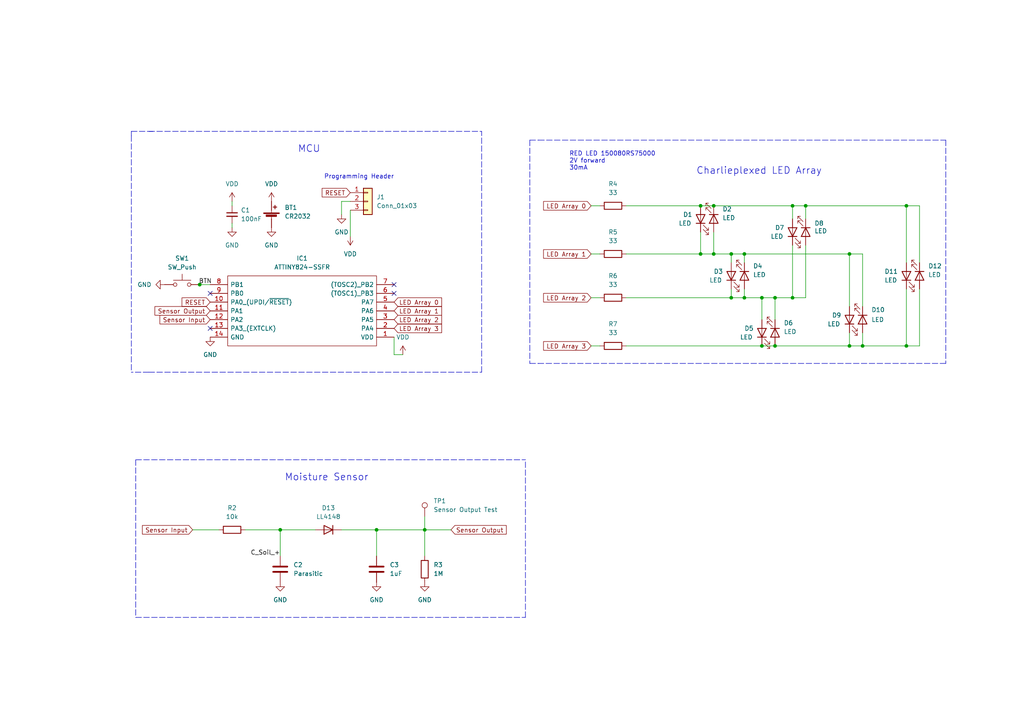
<source format=kicad_sch>
(kicad_sch (version 20211123) (generator eeschema)
  (paper "A4")
  (lib_symbols
    (symbol "Connector:TestPoint" (pin_numbers hide) (pin_names (offset 0.762) hide)
      (property "Reference" "TP" (at 0 6.858 0))
      (property "Value" "TestPoint" (at 0 5.08 0))
      (symbol "TestPoint_0_1"
        (circle (center 0 3.302) (radius 0.762))
      )
      (symbol "TestPoint_1_1"
        (pin passive line (at 0 0 90) (length 2.54) (name "1") (number "1"))
      )
    )
    (symbol "Connector_Generic:Conn_01x03" (pin_names (offset 1.016) hide)
      (property "Reference" "J" (at 0 5.08 0))
      (property "Value" "Conn_01x03" (at 0 -5.08 0))
      (symbol "Conn_01x03_1_1"
        (rectangle (start -1.27 -2.413) (end 0 -2.667) (stroke (width 0.1524)))
        (rectangle (start -1.27 0.127) (end 0 -0.127) (stroke (width 0.1524)))
        (rectangle (start -1.27 2.667) (end 0 2.413) (stroke (width 0.1524)))
        (rectangle (start -1.27 3.81) (end 1.27 -3.81) (stroke (width 0.254)) (fill (type background)))
        (pin passive line (at -5.08 2.54 0) (length 3.81) (name "Pin_1") (number "1"))
        (pin passive line (at -5.08 0 0) (length 3.81) (name "Pin_2") (number "2"))
        (pin passive line (at -5.08 -2.54 0) (length 3.81) (name "Pin_3") (number "3"))
      )
    )
    (symbol "Device:Battery_Cell" (pin_numbers hide) (pin_names (offset 0) hide)
      (property "Reference" "BT" (at 2.54 2.54 0))
      (property "Value" "Battery_Cell" (at 2.54 0 0))
      (symbol "Battery_Cell_0_1"
        (rectangle (start -2.286 1.778) (end 2.286 1.524) (fill (type outline)))
        (rectangle (start -1.5748 1.1938) (end 1.4732 0.6858) (fill (type outline)))
        (polyline (pts (xy 0 0.762) (xy 0 0)))
        (polyline (pts (xy 0 1.778) (xy 0 2.54)))
        (polyline (pts (xy 0.508 3.429) (xy 1.524 3.429)) (stroke (width 0.254)))
        (polyline (pts (xy 1.016 3.937) (xy 1.016 2.921)) (stroke (width 0.254)))
      )
      (symbol "Battery_Cell_1_1"
        (pin passive line (at 0 5.08 270) (length 2.54) (name "+") (number "1"))
        (pin passive line (at 0 -2.54 90) (length 2.54) (name "-") (number "2"))
      )
    )
    (symbol "Device:C" (pin_numbers hide) (pin_names (offset 0.254))
      (property "Reference" "C" (at 0.635 2.54 0))
      (property "Value" "C" (at 0.635 -2.54 0))
      (symbol "C_0_1"
        (polyline (pts (xy -2.032 -0.762) (xy 2.032 -0.762)) (stroke (width 0.508)))
        (polyline (pts (xy -2.032 0.762) (xy 2.032 0.762)) (stroke (width 0.508)))
      )
      (symbol "C_1_1"
        (pin passive line (at 0 3.81 270) (length 2.794) (name "~") (number "1"))
        (pin passive line (at 0 -3.81 90) (length 2.794) (name "~") (number "2"))
      )
    )
    (symbol "Device:C_Small" (pin_numbers hide) (pin_names (offset 0.254) hide)
      (property "Reference" "C" (at 0.254 1.778 0))
      (property "Value" "C_Small" (at 0.254 -2.032 0))
      (symbol "C_Small_0_1"
        (polyline (pts (xy -1.524 -0.508) (xy 1.524 -0.508)) (stroke (width 0.3302)))
        (polyline (pts (xy -1.524 0.508) (xy 1.524 0.508)) (stroke (width 0.3048)))
      )
      (symbol "C_Small_1_1"
        (pin passive line (at 0 2.54 270) (length 2.032) (name "~") (number "1"))
        (pin passive line (at 0 -2.54 90) (length 2.032) (name "~") (number "2"))
      )
    )
    (symbol "Device:D" (pin_numbers hide) (pin_names (offset 1.016) hide)
      (property "Reference" "D" (at 0 2.54 0))
      (property "Value" "D" (at 0 -2.54 0))
      (symbol "D_0_1"
        (polyline (pts (xy -1.27 1.27) (xy -1.27 -1.27)) (stroke (width 0.254)))
        (polyline (pts (xy 1.27 0) (xy -1.27 0)))
        (polyline (pts (xy 1.27 1.27) (xy 1.27 -1.27) (xy -1.27 0) (xy 1.27 1.27)) (stroke (width 0.254)))
      )
      (symbol "D_1_1"
        (pin passive line (at -3.81 0 0) (length 2.54) (name "K") (number "1"))
        (pin passive line (at 3.81 0 180) (length 2.54) (name "A") (number "2"))
      )
    )
    (symbol "Device:LED" (pin_numbers hide) (pin_names (offset 1.016) hide)
      (property "Reference" "D" (at 0 2.54 0))
      (property "Value" "LED" (at 0 -2.54 0))
      (symbol "LED_0_1"
        (polyline (pts (xy -1.27 -1.27) (xy -1.27 1.27)) (stroke (width 0.254)))
        (polyline (pts (xy -1.27 0) (xy 1.27 0)))
        (polyline (pts (xy 1.27 -1.27) (xy 1.27 1.27) (xy -1.27 0) (xy 1.27 -1.27)) (stroke (width 0.254)))
        (polyline (pts (xy -3.048 -0.762) (xy -4.572 -2.286) (xy -3.81 -2.286) (xy -4.572 -2.286) (xy -4.572 -1.524)))
        (polyline (pts (xy -1.778 -0.762) (xy -3.302 -2.286) (xy -2.54 -2.286) (xy -3.302 -2.286) (xy -3.302 -1.524)))
      )
      (symbol "LED_1_1"
        (pin passive line (at -3.81 0 0) (length 2.54) (name "K") (number "1"))
        (pin passive line (at 3.81 0 180) (length 2.54) (name "A") (number "2"))
      )
    )
    (symbol "Device:R" (pin_numbers hide) (pin_names (offset 0))
      (property "Reference" "R" (at 2.032 0 90))
      (property "Value" "R" (at 0 0 90))
      (symbol "R_0_1"
        (rectangle (start -1.016 -2.54) (end 1.016 2.54) (stroke (width 0.254)))
      )
      (symbol "R_1_1"
        (pin passive line (at 0 3.81 270) (length 1.27) (name "~") (number "1"))
        (pin passive line (at 0 -3.81 90) (length 1.27) (name "~") (number "2"))
      )
    )
    (symbol "Switch:SW_Push" (pin_numbers hide) (pin_names (offset 1.016) hide)
      (property "Reference" "SW" (at 1.27 2.54 0))
      (property "Value" "SW_Push" (at 0 -1.524 0))
      (symbol "SW_Push_0_1"
        (circle (center -2.032 0) (radius 0.508))
        (polyline (pts (xy 0 1.27) (xy 0 3.048)))
        (polyline (pts (xy 2.54 1.27) (xy -2.54 1.27)))
        (circle (center 2.032 0) (radius 0.508))
        (pin passive line (at -5.08 0 0) (length 2.54) (name "1") (number "1"))
        (pin passive line (at 5.08 0 180) (length 2.54) (name "2") (number "2"))
      )
    )
    (symbol "custom:ATTINY824-SSFR" (pin_names (offset 0.762))
      (property "Reference" "IC" (at 49.53 7.62 0))
      (property "Value" "ATTINY824-SSFR" (at 49.53 5.08 0))
      (symbol "ATTINY824-SSFR_0_0"
        (pin passive line (at 0 0 0) (length 5.08) (name "VDD") (number "1"))
        (pin passive line (at 53.34 -10.16 180) (length 5.08) (name "PA0_(UPDI/~{RESET})") (number "10"))
        (pin passive line (at 53.34 -7.62 180) (length 5.08) (name "PA1") (number "11"))
        (pin passive line (at 53.34 -5.08 180) (length 5.08) (name "PA2") (number "12"))
        (pin passive line (at 53.34 -2.54 180) (length 5.08) (name "PA3_(EXTCLK)") (number "13"))
        (pin passive line (at 53.34 0 180) (length 5.08) (name "GND") (number "14"))
        (pin passive line (at 0 -2.54 0) (length 5.08) (name "PA4") (number "2"))
        (pin passive line (at 0 -5.08 0) (length 5.08) (name "PA5") (number "3"))
        (pin passive line (at 0 -7.62 0) (length 5.08) (name "PA6") (number "4"))
        (pin passive line (at 0 -10.16 0) (length 5.08) (name "PA7") (number "5"))
        (pin passive line (at 0 -12.7 0) (length 5.08) (name "(TOSC1)_PB3") (number "6"))
        (pin passive line (at 0 -15.24 0) (length 5.08) (name "(TOSC2)_PB2") (number "7"))
        (pin passive line (at 53.34 -15.24 180) (length 5.08) (name "PB1") (number "8"))
        (pin passive line (at 53.34 -12.7 180) (length 5.08) (name "PB0") (number "9"))
      )
      (symbol "ATTINY824-SSFR_0_1"
        (polyline (pts (xy 5.08 2.54) (xy 48.26 2.54) (xy 48.26 -17.78) (xy 5.08 -17.78) (xy 5.08 2.54)) (stroke (width 0.1524)))
      )
    )
    (symbol "power:GND" (power) (pin_names (offset 0))
      (property "Value" "GND" (at 0 -3.81 0))
      (symbol "GND_0_1"
        (polyline (pts (xy 0 0) (xy 0 -1.27) (xy 1.27 -1.27) (xy 0 -2.54) (xy -1.27 -1.27) (xy 0 -1.27)))
      )
      (symbol "GND_1_1"
        (pin power_in line (at 0 0 270) (length 0) hide (name "GND") (number "1"))
      )
    )
    (symbol "power:VDD" (power) (pin_names (offset 0))
      (property "Value" "VDD" (at 0 3.81 0))
      (symbol "VDD_0_1"
        (polyline (pts (xy -0.762 1.27) (xy 0 2.54)))
        (polyline (pts (xy 0 0) (xy 0 2.54)))
        (polyline (pts (xy 0 2.54) (xy 0.762 1.27)))
      )
      (symbol "VDD_1_1"
        (pin power_in line (at 0 0 90) (length 0) hide (name "VDD") (number "1"))
      )
    )
  )
  (junction (at 229.87 59.69))
  (junction (at 215.9 73.66))
  (junction (at 220.98 86.36))
  (junction (at 109.22 153.67))
  (junction (at 215.9 86.36))
  (junction (at 233.68 59.69))
  (junction (at 207.01 59.69))
  (junction (at 203.2 73.66))
  (junction (at 203.2 59.69))
  (junction (at 212.09 86.36))
  (junction (at 250.19 100.33))
  (junction (at 224.79 100.33))
  (junction (at 220.98 100.33))
  (junction (at 81.28 153.67))
  (junction (at 57.912 82.55))
  (junction (at 229.87 86.36))
  (junction (at 207.01 73.66))
  (junction (at 224.79 86.36))
  (junction (at 212.09 73.66))
  (junction (at 246.38 100.33))
  (junction (at 123.19 153.67))
  (junction (at 262.89 100.33))
  (junction (at 246.38 73.66))
  (junction (at 262.89 59.69))
  (no_connect (at 60.96 95.25))
  (no_connect (at 114.3 82.55))
  (no_connect (at 60.96 85.09))
  (no_connect (at 114.3 85.09))
  (wire (pts (xy 81.28 153.67) (xy 91.44 153.67)))
  (polyline (pts (xy 38.1 38.1) (xy 44.45 38.1)))
  (polyline (pts (xy 153.67 105.41) (xy 156.21 105.41)))
  (wire (pts (xy 262.89 59.69) (xy 266.7 59.69)))
  (wire (pts (xy 262.89 59.69) (xy 262.89 76.2)))
  (wire (pts (xy 203.2 73.66) (xy 207.01 73.66)))
  (wire (pts (xy 246.38 100.33) (xy 250.19 100.33)))
  (wire (pts (xy 215.9 73.66) (xy 246.38 73.66)))
  (wire (pts (xy 212.09 73.66) (xy 215.9 73.66)))
  (wire (pts (xy 215.9 86.36) (xy 220.98 86.36)))
  (wire (pts (xy 229.87 63.5) (xy 229.87 59.69)))
  (polyline (pts (xy 43.18 107.95) (xy 139.7 107.95)))
  (wire (pts (xy 229.87 59.69) (xy 233.68 59.69)))
  (wire (pts (xy 250.19 73.66) (xy 250.19 88.9)))
  (wire (pts (xy 67.31 64.77) (xy 67.31 66.04)))
  (wire (pts (xy 229.87 86.36) (xy 233.68 86.36)))
  (wire (pts (xy 246.38 73.66) (xy 246.38 88.9)))
  (wire (pts (xy 171.45 73.66) (xy 173.99 73.66)))
  (polyline (pts (xy 39.37 179.07) (xy 152.4 179.07)))
  (wire (pts (xy 99.06 58.42) (xy 99.06 62.23)))
  (wire (pts (xy 101.6 60.96) (xy 101.6 68.58)))
  (wire (pts (xy 224.79 100.33) (xy 246.38 100.33)))
  (wire (pts (xy 99.06 153.67) (xy 109.22 153.67)))
  (wire (pts (xy 224.79 86.36) (xy 224.79 92.71)))
  (wire (pts (xy 262.89 83.82) (xy 262.89 100.33)))
  (wire (pts (xy 207.01 67.31) (xy 207.01 73.66)))
  (wire (pts (xy 81.28 153.67) (xy 81.28 161.29)))
  (wire (pts (xy 181.61 59.69) (xy 203.2 59.69)))
  (polyline (pts (xy 139.7 107.95) (xy 139.7 38.1)))
  (wire (pts (xy 181.61 86.36) (xy 212.09 86.36)))
  (wire (pts (xy 114.3 97.79) (xy 114.3 102.87)))
  (wire (pts (xy 212.09 86.36) (xy 215.9 86.36)))
  (wire (pts (xy 109.22 153.67) (xy 123.19 153.67)))
  (wire (pts (xy 181.61 73.66) (xy 203.2 73.66)))
  (wire (pts (xy 212.09 73.66) (xy 212.09 76.2)))
  (wire (pts (xy 233.68 71.12) (xy 233.68 86.36)))
  (wire (pts (xy 246.38 96.52) (xy 246.38 100.33)))
  (wire (pts (xy 57.912 82.55) (xy 60.96 82.55)))
  (polyline (pts (xy 153.67 40.64) (xy 153.67 105.41)))
  (wire (pts (xy 250.19 100.33) (xy 262.89 100.33)))
  (polyline (pts (xy 152.4 179.07) (xy 152.4 133.35)))
  (wire (pts (xy 220.98 86.36) (xy 224.79 86.36)))
  (wire (pts (xy 220.98 100.33) (xy 224.79 100.33)))
  (wire (pts (xy 233.68 59.69) (xy 262.89 59.69)))
  (wire (pts (xy 203.2 59.69) (xy 207.01 59.69)))
  (polyline (pts (xy 43.18 38.1) (xy 139.7 38.1)))
  (wire (pts (xy 181.61 100.33) (xy 220.98 100.33)))
  (wire (pts (xy 171.45 59.69) (xy 173.99 59.69)))
  (wire (pts (xy 57.658 82.55) (xy 57.912 82.55)))
  (wire (pts (xy 215.9 73.66) (xy 215.9 76.2)))
  (wire (pts (xy 262.89 100.33) (xy 266.7 100.33)))
  (wire (pts (xy 212.09 83.82) (xy 212.09 86.36)))
  (wire (pts (xy 171.45 100.33) (xy 173.99 100.33)))
  (polyline (pts (xy 274.32 105.41) (xy 156.21 105.41)))
  (polyline (pts (xy 153.67 40.64) (xy 156.21 40.64)))
  (wire (pts (xy 266.7 83.82) (xy 266.7 100.33)))
  (wire (pts (xy 55.88 153.67) (xy 63.5 153.67)))
  (polyline (pts (xy 38.1 39.37) (xy 38.1 107.95)))
  (wire (pts (xy 220.98 86.36) (xy 220.98 92.71)))
  (wire (pts (xy 229.87 71.12) (xy 229.87 86.36)))
  (wire (pts (xy 67.31 58.42) (xy 67.31 59.69)))
  (polyline (pts (xy 274.32 40.64) (xy 274.32 105.41)))
  (polyline (pts (xy 156.21 40.64) (xy 274.32 40.64)))
  (wire (pts (xy 215.9 83.82) (xy 215.9 86.36)))
  (wire (pts (xy 123.19 149.86) (xy 123.19 153.67)))
  (wire (pts (xy 224.79 86.36) (xy 229.87 86.36)))
  (wire (pts (xy 123.19 153.67) (xy 123.19 161.29)))
  (wire (pts (xy 123.19 153.67) (xy 130.81 153.67)))
  (polyline (pts (xy 38.1 39.37) (xy 38.1 38.1)))
  (wire (pts (xy 99.06 58.42) (xy 101.6 58.42)))
  (wire (pts (xy 246.38 73.66) (xy 250.19 73.66)))
  (wire (pts (xy 207.01 73.66) (xy 212.09 73.66)))
  (wire (pts (xy 171.45 86.36) (xy 173.99 86.36)))
  (wire (pts (xy 250.19 100.33) (xy 250.19 96.52)))
  (polyline (pts (xy 39.37 133.35) (xy 152.4 133.35)))
  (polyline (pts (xy 43.18 107.95) (xy 38.1 107.95)))
  (wire (pts (xy 203.2 67.31) (xy 203.2 73.66)))
  (wire (pts (xy 207.01 59.69) (xy 229.87 59.69)))
  (wire (pts (xy 114.3 102.87) (xy 116.84 102.87)))
  (wire (pts (xy 266.7 59.69) (xy 266.7 76.2)))
  (wire (pts (xy 109.22 153.67) (xy 109.22 161.29)))
  (wire (pts (xy 233.68 63.5) (xy 233.68 59.69)))
  (polyline (pts (xy 39.37 133.35) (xy 39.37 179.07)))
  (wire (pts (xy 71.12 153.67) (xy 81.28 153.67)))
  (text "RED LED 150080RS75000\n2V forward\n30mA" (at 165.1 49.53 0) (effects (font (size 1.27 1.27)) (justify left bottom)))
  (text "Charlieplexed LED Array " (at 201.93 50.8 0) (effects (font (size 2 2)) (justify left bottom)))
  (text "Programming Header" (at 93.98 52.07 0) (effects (font (size 1.27 1.27)) (justify left bottom)))
  (text "Moisture Sensor" (at 82.55 139.7 0) (effects (font (size 2 2)) (justify left bottom)))
  (text "MCU" (at 86.36 44.45 0) (effects (font (size 2 2)) (justify left bottom)))
  (label "C_Soil_+" (at 81.28 161.29 180))
  (label "BTN" (at 57.658 82.55 0))
  (global_label "LED Array 2" (shape input) (at 171.45 86.36 180) (property "Intersheet References" "${INTERSHEET_REFS}" (effects hide)))
  (global_label "LED Array 3" (shape input) (at 114.3 95.25 0) (property "Intersheet References" "${INTERSHEET_REFS}" (effects hide)))
  (global_label "LED Array 1" (shape input) (at 171.45 73.66 180) (property "Intersheet References" "${INTERSHEET_REFS}" (effects hide)))
  (global_label "LED Array 1" (shape input) (at 114.3 90.17 0) (property "Intersheet References" "${INTERSHEET_REFS}" (effects hide)))
  (global_label "Sensor Input" (shape input) (at 55.88 153.67 180) (property "Intersheet References" "${INTERSHEET_REFS}" (effects hide)))
  (global_label "LED Array 0" (shape input) (at 114.3 87.63 0) (property "Intersheet References" "${INTERSHEET_REFS}" (effects hide)))
  (global_label "Sensor Output" (shape input) (at 130.81 153.67 0) (property "Intersheet References" "${INTERSHEET_REFS}" (effects hide)))
  (global_label "LED Array 0" (shape input) (at 171.45 59.69 180) (property "Intersheet References" "${INTERSHEET_REFS}" (effects hide)))
  (global_label "Sensor Input" (shape input) (at 60.96 92.71 180) (property "Intersheet References" "${INTERSHEET_REFS}" (effects hide)))
  (global_label "RESET" (shape input) (at 101.6 55.88 180) (property "Intersheet References" "${INTERSHEET_REFS}" (effects hide)))
  (global_label "LED Array 3" (shape input) (at 171.45 100.33 180) (property "Intersheet References" "${INTERSHEET_REFS}" (effects hide)))
  (global_label "RESET" (shape input) (at 60.96 87.63 180) (property "Intersheet References" "${INTERSHEET_REFS}" (effects hide)))
  (global_label "Sensor Output" (shape input) (at 60.96 90.17 180) (property "Intersheet References" "${INTERSHEET_REFS}" (effects hide)))
  (global_label "LED Array 2" (shape input) (at 114.3 92.71 0) (property "Intersheet References" "${INTERSHEET_REFS}" (effects hide)))
  (symbol (lib_id "Device:LED") (at 203.2 63.5 90) (unit 1)
    (property "Reference" "D1" (at 198.12 62.23 90) (effects (justify right)))
    (property "Value" "LED" (at 196.85 64.77 90) (effects (justify right)))
    (property "Footprint" "LED_SMD:LED_0805_2012Metric_Pad1.15x1.40mm_HandSolder" (effects hide))
  )
  (symbol (lib_id "power:GND") (at 67.31 66.04 0) (unit 1)
    (property "Reference" "#PWR0106" (effects hide))
    (property "Value" "GND" (at 67.31 71.12 0))
  )
  (symbol (lib_id "power:GND") (at 99.06 62.23 0) (unit 1)
    (property "Reference" "#PWR0104" (effects hide))
    (property "Value" "GND" (at 99.06 67.31 0))
  )
  (symbol (lib_id "Device:R") (at 177.8 100.33 90) (unit 1)
    (property "Reference" "R7" (at 177.8 93.98 90))
    (property "Value" "33" (at 177.8 96.52 90))
    (property "Footprint" "Resistor_SMD:R_0805_2012Metric_Pad1.20x1.40mm_HandSolder" (effects hide))
  )
  (symbol (lib_id "Device:R") (at 123.19 165.1 0) (unit 1)
    (property "Reference" "R3" (at 125.73 163.8299 0) (effects (justify left)))
    (property "Value" "1M" (at 125.73 166.3699 0) (effects (justify left)))
    (property "Footprint" "Resistor_SMD:R_0805_2012Metric_Pad1.20x1.40mm_HandSolder" (effects hide))
  )
  (symbol (lib_id "power:GND") (at 81.28 168.91 0) (unit 1)
    (property "Reference" "#PWR0108" (effects hide))
    (property "Value" "GND" (at 81.28 173.99 0))
  )
  (symbol (lib_id "Device:R") (at 177.8 59.69 90) (unit 1)
    (property "Reference" "R4" (at 177.8 53.34 90))
    (property "Value" "33" (at 177.8 55.88 90))
    (property "Footprint" "Resistor_SMD:R_0805_2012Metric_Pad1.20x1.40mm_HandSolder" (effects hide))
  )
  (symbol (lib_id "custom:ATTINY824-SSFR") (at 114.3 97.79 180) (unit 1)
    (property "Reference" "IC1" (at 87.63 74.93 0))
    (property "Value" "ATTINY824-SSFR" (at 87.63 77.47 0))
    (property "Footprint" "Package_SO:SOIC-14_3.9x8.7mm_P1.27mm" (effects hide))
    (property "Datasheet" "https://www.mouser.co.uk/datasheet/2/268/ATtiny424_426_427_824_826_827_DataSheet_DS40002311-2887739.pdf" (effects hide))
    (property "Description" "8-bit Microcontrollers - MCU 20MHz, 8KB, SOIC14, Ind 125C, Green, T&R" (effects hide))
    (property "Height" "1.75" (effects hide))
    (property "Manufacturer_Name" "Microchip" (effects hide))
    (property "Manufacturer_Part_Number" "ATTINY824-SSFR" (effects hide))
    (property "Mouser Part Number" "579-ATTINY824-SSFR" (effects hide))
    (property "Mouser Price/Stock" "https://www.mouser.co.uk/ProductDetail/Microchip-Technology/ATTINY824-SSFR?qs=pUKx8fyJudDQ7DExhNaV%252BA%3D%3D" (effects hide))
  )
  (symbol (lib_id "power:GND") (at 123.19 168.91 0) (unit 1)
    (property "Reference" "#PWR02" (effects hide))
    (property "Value" "GND" (at 123.19 173.99 0))
  )
  (symbol (lib_id "Device:LED") (at 262.89 80.01 90) (unit 1)
    (property "Reference" "D11" (at 256.54 78.74 90) (effects (justify right)))
    (property "Value" "LED" (at 256.54 81.28 90) (effects (justify right)))
    (property "Footprint" "LED_SMD:LED_0805_2012Metric_Pad1.15x1.40mm_HandSolder" (effects hide))
  )
  (symbol (lib_id "Device:LED") (at 207.01 63.5 270) (unit 1)
    (property "Reference" "D2" (at 209.55 60.6424 90) (effects (justify left)))
    (property "Value" "LED" (at 209.55 63.1824 90) (effects (justify left)))
    (property "Footprint" "LED_SMD:LED_0805_2012Metric_Pad1.15x1.40mm_HandSolder" (effects hide))
  )
  (symbol (lib_id "Device:LED") (at 246.38 92.71 90) (unit 1)
    (property "Reference" "D9" (at 241.3 91.44 90) (effects (justify right)))
    (property "Value" "LED" (at 240.03 93.98 90) (effects (justify right)))
    (property "Footprint" "LED_SMD:LED_0805_2012Metric_Pad1.15x1.40mm_HandSolder" (effects hide))
  )
  (symbol (lib_id "power:GND") (at 47.752 82.55 270) (unit 1)
    (property "Reference" "#PWR0107" (effects hide))
    (property "Value" "GND" (at 43.942 82.5499 90) (effects (justify right)))
  )
  (symbol (lib_id "Switch:SW_Push") (at 52.832 82.55 0) (unit 1)
    (property "Reference" "SW1" (at 52.832 74.93 0))
    (property "Value" "SW_Push" (at 52.832 77.47 0))
    (property "Footprint" "Button_Switch_SMD:SW_Push_1P1T_NO_CK_KSC6xxJ" (effects hide))
  )
  (symbol (lib_id "Device:LED") (at 220.98 96.52 90) (unit 1)
    (property "Reference" "D5" (at 215.9 95.25 90) (effects (justify right)))
    (property "Value" "LED" (at 214.63 97.79 90) (effects (justify right)))
    (property "Footprint" "LED_SMD:LED_0805_2012Metric_Pad1.15x1.40mm_HandSolder" (effects hide))
  )
  (symbol (lib_id "Device:D") (at 95.25 153.67 180) (unit 1)
    (property "Reference" "D13" (at 95.25 147.32 0))
    (property "Value" "LL4148" (at 95.25 149.86 0))
    (property "Footprint" "Diode_SMD:D_SC-80_HandSoldering" (effects hide))
  )
  (symbol (lib_id "power:VDD") (at 101.6 68.58 180) (unit 1)
    (property "Reference" "#PWR0103" (effects hide))
    (property "Value" "VDD" (at 101.6 73.66 0))
  )
  (symbol (lib_id "power:VDD") (at 78.74 58.42 0) (unit 1)
    (property "Reference" "#PWR0101" (effects hide))
    (property "Value" "VDD" (at 78.74 53.34 0))
  )
  (symbol (lib_id "Device:LED") (at 215.9 80.01 270) (unit 1)
    (property "Reference" "D4" (at 218.44 77.1524 90) (effects (justify left)))
    (property "Value" "LED" (at 218.44 79.6924 90) (effects (justify left)))
    (property "Footprint" "LED_SMD:LED_0805_2012Metric_Pad1.15x1.40mm_HandSolder" (effects hide))
  )
  (symbol (lib_id "Device:R") (at 67.31 153.67 90) (unit 1)
    (property "Reference" "R2" (at 67.31 147.32 90))
    (property "Value" "10k" (at 67.31 149.86 90))
    (property "Footprint" "Resistor_SMD:R_0805_2012Metric_Pad1.20x1.40mm_HandSolder" (effects hide))
  )
  (symbol (lib_id "Device:LED") (at 224.79 96.52 270) (unit 1)
    (property "Reference" "D6" (at 227.33 93.6624 90) (effects (justify left)))
    (property "Value" "LED" (at 227.33 96.2024 90) (effects (justify left)))
    (property "Footprint" "LED_SMD:LED_0805_2012Metric_Pad1.15x1.40mm_HandSolder" (effects hide))
  )
  (symbol (lib_id "Device:C") (at 109.22 165.1 0) (unit 1)
    (property "Reference" "C3" (at 113.03 163.8299 0) (effects (justify left)))
    (property "Value" "1uF" (at 113.03 166.3699 0) (effects (justify left)))
    (property "Footprint" "Capacitor_SMD:C_0805_2012Metric_Pad1.18x1.45mm_HandSolder" (effects hide))
  )
  (symbol (lib_id "power:GND") (at 109.22 168.91 0) (unit 1)
    (property "Reference" "#PWR01" (effects hide))
    (property "Value" "GND" (at 109.22 173.99 0))
  )
  (symbol (lib_id "Device:LED") (at 212.09 80.01 90) (unit 1)
    (property "Reference" "D3" (at 207.01 78.74 90) (effects (justify right)))
    (property "Value" "LED" (at 205.74 81.28 90) (effects (justify right)))
    (property "Footprint" "LED_SMD:LED_0805_2012Metric_Pad1.15x1.40mm_HandSolder" (effects hide))
  )
  (symbol (lib_id "Device:LED") (at 229.87 67.31 90) (unit 1)
    (property "Reference" "D7" (at 224.79 66.04 90) (effects (justify right)))
    (property "Value" "LED" (at 223.52 68.58 90) (effects (justify right)))
    (property "Footprint" "LED_SMD:LED_0805_2012Metric_Pad1.15x1.40mm_HandSolder" (effects hide))
  )
  (symbol (lib_id "Device:C_Small") (at 67.31 62.23 0) (unit 1)
    (property "Reference" "C1" (at 69.85 60.9662 0) (effects (justify left)))
    (property "Value" "100nF" (at 69.85 63.5062 0) (effects (justify left)))
    (property "Footprint" "Capacitor_SMD:C_0805_2012Metric_Pad1.18x1.45mm_HandSolder" (effects hide))
  )
  (symbol (lib_id "power:GND") (at 78.74 66.04 0) (unit 1)
    (property "Reference" "#PWR0102" (effects hide))
    (property "Value" "GND" (at 78.74 71.12 0))
  )
  (symbol (lib_id "Device:LED") (at 266.7 80.01 270) (unit 1)
    (property "Reference" "D12" (at 269.24 77.1524 90) (effects (justify left)))
    (property "Value" "LED" (at 269.24 79.6924 90) (effects (justify left)))
    (property "Footprint" "LED_SMD:LED_0805_2012Metric_Pad1.15x1.40mm_HandSolder" (effects hide))
  )
  (symbol (lib_id "Device:LED") (at 233.68 67.31 270) (unit 1)
    (property "Reference" "D8" (at 236.22 64.77 90) (effects (justify left)))
    (property "Value" "LED" (at 236.22 66.9924 90) (effects (justify left)))
    (property "Footprint" "LED_SMD:LED_0805_2012Metric_Pad1.15x1.40mm_HandSolder" (effects hide))
  )
  (symbol (lib_id "Device:LED") (at 250.19 92.71 270) (unit 1)
    (property "Reference" "D10" (at 252.73 89.8524 90) (effects (justify left)))
    (property "Value" "LED" (at 252.73 92.71 90) (effects (justify left)))
    (property "Footprint" "LED_SMD:LED_0805_2012Metric_Pad1.15x1.40mm_HandSolder" (effects hide))
  )
  (symbol (lib_id "power:VDD") (at 67.31 58.42 0) (unit 1)
    (property "Reference" "#PWR0105" (effects hide))
    (property "Value" "VDD" (at 67.31 53.34 0))
  )
  (symbol (lib_id "Device:R") (at 177.8 73.66 90) (unit 1)
    (property "Reference" "R5" (at 177.8 67.31 90))
    (property "Value" "33" (at 177.8 69.85 90))
    (property "Footprint" "Resistor_SMD:R_0805_2012Metric_Pad1.20x1.40mm_HandSolder" (effects hide))
  )
  (symbol (lib_id "power:VDD") (at 116.84 102.87 0) (unit 1)
    (property "Reference" "#PWR0110" (effects hide))
    (property "Value" "VDD" (at 116.84 97.79 0))
  )
  (symbol (lib_id "Device:R") (at 177.8 86.36 90) (unit 1)
    (property "Reference" "R6" (at 177.8 80.01 90))
    (property "Value" "33" (at 177.8 82.55 90))
    (property "Footprint" "Resistor_SMD:R_0805_2012Metric_Pad1.20x1.40mm_HandSolder" (effects hide))
  )
  (symbol (lib_id "power:GND") (at 60.96 97.79 0) (unit 1)
    (property "Reference" "#PWR0109" (effects hide))
    (property "Value" "GND" (at 60.96 102.87 0))
  )
  (symbol (lib_id "Device:C") (at 81.28 165.1 0) (unit 1)
    (property "Reference" "C2" (at 85.09 163.8299 0) (effects (justify left)))
    (property "Value" "Parasitic" (at 85.09 166.3699 0) (effects (justify left)))
    (property "Footprint" "custom:soilCapactiorTrace" (effects hide))
  )
  (symbol (lib_id "Device:Battery_Cell") (at 78.74 63.5 0) (unit 1)
    (property "Reference" "BT1" (at 82.55 60.1979 0) (effects (justify left)))
    (property "Value" "CR2032" (at 82.55 62.7379 0) (effects (justify left)))
    (property "Footprint" "Battery:BatteryHolder_Keystone_3002_1x2032" (effects hide))
  )
  (symbol (lib_id "Connector:TestPoint") (at 123.19 149.86 0) (unit 1)
    (property "Reference" "TP1" (at 125.73 145.2879 0) (effects (justify left)))
    (property "Value" "Sensor Output Test" (at 125.73 147.8279 0) (effects (justify left)))
    (property "Footprint" "TestPoint:TestPoint_Pad_D1.5mm" (effects hide))
  )
  (symbol (lib_id "Connector_Generic:Conn_01x03") (at 106.68 58.42 0) (unit 1)
    (property "Reference" "J1" (at 109.22 57.1499 0) (effects (justify left)))
    (property "Value" "Conn_01x03" (at 109.22 59.6899 0) (effects (justify left)))
    (property "Footprint" "custom:TestPoint_Pad_3x1_D1.5mm" (effects hide))
  )
)
</source>
